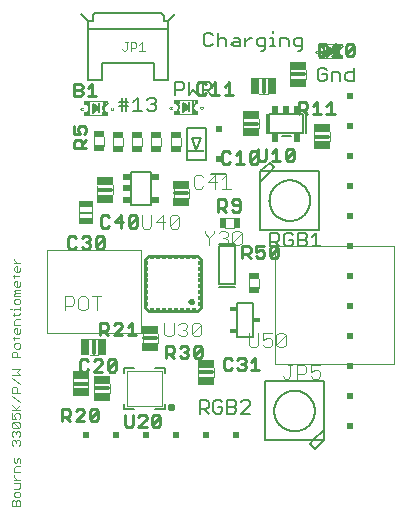
<source format=gto>
G75*
%MOIN*%
%OFA0B0*%
%FSLAX25Y25*%
%IPPOS*%
%LPD*%
%AMOC8*
5,1,8,0,0,1.08239X$1,22.5*
%
%ADD10C,0.00600*%
%ADD11C,0.00400*%
%ADD12R,0.03740X0.01969*%
%ADD13R,0.02559X0.01969*%
%ADD14R,0.05709X0.02953*%
%ADD15C,0.01200*%
%ADD16C,0.00300*%
%ADD17C,0.00100*%
%ADD18R,0.01969X0.01280*%
%ADD19R,0.00984X0.00591*%
%ADD20R,0.00689X0.01575*%
%ADD21R,0.01031X0.01181*%
%ADD22R,0.00295X0.01280*%
%ADD23R,0.00750X0.03500*%
%ADD24C,0.00500*%
%ADD25R,0.05512X0.00787*%
%ADD26C,0.00900*%
%ADD27C,0.01000*%
%ADD28R,0.01772X0.01181*%
%ADD29R,0.01181X0.01772*%
%ADD30R,0.02000X0.02000*%
%ADD31C,0.00800*%
%ADD32R,0.05118X0.02337*%
%ADD33R,0.05118X0.02296*%
%ADD34R,0.01969X0.02559*%
%ADD35R,0.02953X0.05709*%
%ADD36C,0.00200*%
%ADD37C,0.01600*%
%ADD38R,0.01969X0.03740*%
%ADD39R,0.02300X0.01800*%
%ADD40C,0.00394*%
D10*
X0078353Y0058691D02*
X0078353Y0069891D01*
X0083553Y0069891D01*
X0083553Y0058691D01*
X0078353Y0058691D01*
X0049496Y0102536D02*
X0043118Y0102536D01*
X0043118Y0102906D01*
X0043118Y0102536D02*
X0043118Y0113732D01*
X0043118Y0113362D01*
X0043118Y0113732D02*
X0049496Y0113732D01*
X0049496Y0113362D01*
X0049496Y0113732D02*
X0049496Y0102536D01*
X0049496Y0102906D01*
X0049496Y0106079D02*
X0049496Y0110189D01*
X0043118Y0110189D02*
X0043118Y0109819D01*
X0043118Y0106449D02*
X0043118Y0106079D01*
X0064803Y0121091D02*
X0066378Y0125028D01*
X0063228Y0125028D01*
X0064803Y0121091D01*
X0060228Y0133687D02*
X0062228Y0135187D01*
X0060228Y0136687D01*
X0060228Y0133687D01*
X0060228Y0133826D02*
X0060413Y0133826D01*
X0060228Y0134424D02*
X0061211Y0134424D01*
X0062009Y0135023D02*
X0060228Y0135023D01*
X0060228Y0135622D02*
X0061649Y0135622D01*
X0060851Y0136220D02*
X0060228Y0136220D01*
X0062226Y0139313D02*
X0063694Y0140781D01*
X0065162Y0139313D01*
X0065162Y0143717D01*
X0066830Y0143717D02*
X0069032Y0143717D01*
X0069766Y0142983D01*
X0069766Y0141515D01*
X0069032Y0140781D01*
X0066830Y0140781D01*
X0068298Y0140781D02*
X0069766Y0139313D01*
X0066830Y0139313D02*
X0066830Y0143717D01*
X0062226Y0143717D02*
X0062226Y0139313D01*
X0060558Y0141515D02*
X0059824Y0140781D01*
X0057622Y0140781D01*
X0057622Y0139313D02*
X0057622Y0143717D01*
X0059824Y0143717D01*
X0060558Y0142983D01*
X0060558Y0141515D01*
X0051262Y0137707D02*
X0051262Y0136973D01*
X0050528Y0136239D01*
X0051262Y0135505D01*
X0051262Y0134771D01*
X0050528Y0134037D01*
X0049060Y0134037D01*
X0048326Y0134771D01*
X0046658Y0134037D02*
X0043722Y0134037D01*
X0045190Y0134037D02*
X0045190Y0138441D01*
X0043722Y0136973D01*
X0042054Y0136973D02*
X0041320Y0136973D01*
X0039118Y0136973D01*
X0039118Y0135505D02*
X0042054Y0135505D01*
X0041320Y0134037D02*
X0041320Y0138441D01*
X0039852Y0138441D02*
X0039852Y0134037D01*
X0032413Y0134878D02*
X0030413Y0136378D01*
X0030413Y0133378D01*
X0032413Y0134878D01*
X0032220Y0135023D02*
X0030413Y0135023D01*
X0030413Y0135622D02*
X0031422Y0135622D01*
X0030624Y0136220D02*
X0030413Y0136220D01*
X0030413Y0134424D02*
X0031809Y0134424D01*
X0031011Y0133826D02*
X0030413Y0133826D01*
X0048326Y0137707D02*
X0049060Y0138441D01*
X0050528Y0138441D01*
X0051262Y0137707D01*
X0050528Y0136239D02*
X0049794Y0136239D01*
X0086336Y0153987D02*
X0087070Y0153987D01*
X0087804Y0154721D01*
X0087804Y0158390D01*
X0085602Y0158390D01*
X0084868Y0157656D01*
X0084868Y0156188D01*
X0085602Y0155454D01*
X0087804Y0155454D01*
X0089472Y0155454D02*
X0090940Y0155454D01*
X0090206Y0155454D02*
X0090206Y0158390D01*
X0089472Y0158390D01*
X0090206Y0159858D02*
X0090206Y0160592D01*
X0092541Y0158390D02*
X0094743Y0158390D01*
X0095477Y0157656D01*
X0095477Y0155454D01*
X0097145Y0156188D02*
X0097879Y0155454D01*
X0100081Y0155454D01*
X0100081Y0154721D02*
X0100081Y0158390D01*
X0097879Y0158390D01*
X0097145Y0157656D01*
X0097145Y0156188D01*
X0099347Y0153987D02*
X0100081Y0154721D01*
X0099347Y0153987D02*
X0098613Y0153987D01*
X0092541Y0155454D02*
X0092541Y0158390D01*
X0083233Y0158390D02*
X0082499Y0158390D01*
X0081031Y0156922D01*
X0081031Y0155454D02*
X0081031Y0158390D01*
X0079363Y0157656D02*
X0078629Y0158390D01*
X0077161Y0158390D01*
X0077161Y0156922D02*
X0079363Y0156922D01*
X0079363Y0157656D02*
X0079363Y0155454D01*
X0077161Y0155454D01*
X0076427Y0156188D01*
X0077161Y0156922D01*
X0074759Y0157656D02*
X0074759Y0155454D01*
X0074759Y0157656D02*
X0074025Y0158390D01*
X0072557Y0158390D01*
X0071823Y0157656D01*
X0071823Y0159858D02*
X0071823Y0155454D01*
X0070155Y0156188D02*
X0069421Y0155454D01*
X0067953Y0155454D01*
X0067219Y0156188D01*
X0067219Y0159124D01*
X0067953Y0159858D01*
X0069421Y0159858D01*
X0070155Y0159124D01*
X0105260Y0147707D02*
X0105260Y0144771D01*
X0105994Y0144037D01*
X0107462Y0144037D01*
X0108196Y0144771D01*
X0108196Y0146239D01*
X0106728Y0146239D01*
X0108196Y0147707D02*
X0107462Y0148441D01*
X0105994Y0148441D01*
X0105260Y0147707D01*
X0109864Y0146973D02*
X0112066Y0146973D01*
X0112800Y0146239D01*
X0112800Y0144037D01*
X0114468Y0144771D02*
X0115202Y0144037D01*
X0117404Y0144037D01*
X0117404Y0148441D01*
X0117404Y0146973D02*
X0115202Y0146973D01*
X0114468Y0146239D01*
X0114468Y0144771D01*
X0109864Y0144037D02*
X0109864Y0146973D01*
X0108743Y0152379D02*
X0110743Y0153879D01*
X0108743Y0155379D01*
X0108743Y0152379D01*
X0108743Y0152380D02*
X0108745Y0152380D01*
X0108743Y0152978D02*
X0109543Y0152978D01*
X0110341Y0153577D02*
X0108743Y0153577D01*
X0108743Y0154175D02*
X0110348Y0154175D01*
X0109550Y0154774D02*
X0108743Y0154774D01*
X0108743Y0155372D02*
X0108752Y0155372D01*
D11*
X0107775Y0156143D02*
X0113385Y0156143D01*
X0113385Y0155257D02*
X0113313Y0155243D01*
X0113242Y0155227D01*
X0113171Y0155206D01*
X0113102Y0155182D01*
X0113035Y0155154D01*
X0112968Y0155123D01*
X0112904Y0155088D01*
X0112842Y0155050D01*
X0112781Y0155009D01*
X0112723Y0154964D01*
X0112667Y0154917D01*
X0112614Y0154867D01*
X0112564Y0154814D01*
X0112516Y0154758D01*
X0112471Y0154700D01*
X0112430Y0154640D01*
X0112392Y0154578D01*
X0112357Y0154513D01*
X0112325Y0154447D01*
X0112297Y0154380D01*
X0112273Y0154311D01*
X0112252Y0154241D01*
X0112235Y0154170D01*
X0112221Y0154098D01*
X0112212Y0154025D01*
X0112206Y0153952D01*
X0112204Y0153879D01*
X0112206Y0153806D01*
X0112212Y0153733D01*
X0112221Y0153660D01*
X0112235Y0153588D01*
X0112252Y0153517D01*
X0112273Y0153447D01*
X0112297Y0153378D01*
X0112325Y0153311D01*
X0112357Y0153245D01*
X0112392Y0153180D01*
X0112430Y0153118D01*
X0112471Y0153058D01*
X0112516Y0153000D01*
X0112564Y0152944D01*
X0112614Y0152891D01*
X0112667Y0152841D01*
X0112723Y0152794D01*
X0112781Y0152749D01*
X0112842Y0152708D01*
X0112904Y0152670D01*
X0112968Y0152635D01*
X0113035Y0152604D01*
X0113102Y0152576D01*
X0113171Y0152552D01*
X0113242Y0152531D01*
X0113313Y0152515D01*
X0113385Y0152501D01*
X0111810Y0151615D02*
X0107676Y0151615D01*
X0106101Y0152501D02*
X0106173Y0152515D01*
X0106244Y0152531D01*
X0106315Y0152552D01*
X0106384Y0152576D01*
X0106451Y0152604D01*
X0106518Y0152635D01*
X0106582Y0152670D01*
X0106644Y0152708D01*
X0106705Y0152749D01*
X0106763Y0152794D01*
X0106819Y0152841D01*
X0106872Y0152891D01*
X0106922Y0152944D01*
X0106970Y0153000D01*
X0107015Y0153058D01*
X0107056Y0153118D01*
X0107094Y0153180D01*
X0107129Y0153245D01*
X0107161Y0153311D01*
X0107189Y0153378D01*
X0107213Y0153447D01*
X0107234Y0153517D01*
X0107251Y0153588D01*
X0107265Y0153660D01*
X0107274Y0153733D01*
X0107280Y0153806D01*
X0107282Y0153879D01*
X0107280Y0153952D01*
X0107274Y0154025D01*
X0107265Y0154098D01*
X0107251Y0154170D01*
X0107234Y0154241D01*
X0107213Y0154311D01*
X0107189Y0154380D01*
X0107161Y0154447D01*
X0107129Y0154513D01*
X0107094Y0154578D01*
X0107056Y0154640D01*
X0107015Y0154700D01*
X0106970Y0154758D01*
X0106922Y0154814D01*
X0106872Y0154867D01*
X0106819Y0154917D01*
X0106763Y0154964D01*
X0106705Y0155009D01*
X0106644Y0155050D01*
X0106582Y0155088D01*
X0106518Y0155123D01*
X0106451Y0155154D01*
X0106384Y0155182D01*
X0106315Y0155206D01*
X0106244Y0155227D01*
X0106173Y0155243D01*
X0106101Y0155257D01*
X0101268Y0147681D02*
X0101268Y0144681D01*
X0096071Y0144681D02*
X0096071Y0147583D01*
X0088654Y0144843D02*
X0085752Y0144843D01*
X0085752Y0139646D02*
X0088752Y0139646D01*
X0085520Y0131146D02*
X0085520Y0128244D01*
X0080323Y0128146D02*
X0080323Y0131146D01*
X0064870Y0133809D02*
X0064798Y0133823D01*
X0064727Y0133839D01*
X0064656Y0133860D01*
X0064587Y0133884D01*
X0064520Y0133912D01*
X0064453Y0133943D01*
X0064389Y0133978D01*
X0064327Y0134016D01*
X0064266Y0134057D01*
X0064208Y0134102D01*
X0064152Y0134149D01*
X0064099Y0134199D01*
X0064049Y0134252D01*
X0064001Y0134308D01*
X0063956Y0134366D01*
X0063915Y0134426D01*
X0063877Y0134488D01*
X0063842Y0134553D01*
X0063810Y0134619D01*
X0063782Y0134686D01*
X0063758Y0134755D01*
X0063737Y0134825D01*
X0063720Y0134896D01*
X0063706Y0134968D01*
X0063697Y0135041D01*
X0063691Y0135114D01*
X0063689Y0135187D01*
X0063691Y0135260D01*
X0063697Y0135333D01*
X0063706Y0135406D01*
X0063720Y0135478D01*
X0063737Y0135549D01*
X0063758Y0135619D01*
X0063782Y0135688D01*
X0063810Y0135755D01*
X0063842Y0135821D01*
X0063877Y0135886D01*
X0063915Y0135948D01*
X0063956Y0136008D01*
X0064001Y0136066D01*
X0064049Y0136122D01*
X0064099Y0136175D01*
X0064152Y0136225D01*
X0064208Y0136272D01*
X0064266Y0136317D01*
X0064327Y0136358D01*
X0064389Y0136396D01*
X0064453Y0136431D01*
X0064520Y0136462D01*
X0064587Y0136490D01*
X0064656Y0136514D01*
X0064727Y0136535D01*
X0064798Y0136551D01*
X0064870Y0136565D01*
X0064870Y0137451D02*
X0059260Y0137451D01*
X0057586Y0136565D02*
X0057658Y0136551D01*
X0057729Y0136535D01*
X0057800Y0136514D01*
X0057869Y0136490D01*
X0057936Y0136462D01*
X0058003Y0136431D01*
X0058067Y0136396D01*
X0058129Y0136358D01*
X0058190Y0136317D01*
X0058248Y0136272D01*
X0058304Y0136225D01*
X0058357Y0136175D01*
X0058407Y0136122D01*
X0058455Y0136066D01*
X0058500Y0136008D01*
X0058541Y0135948D01*
X0058579Y0135886D01*
X0058614Y0135821D01*
X0058646Y0135755D01*
X0058674Y0135688D01*
X0058698Y0135619D01*
X0058719Y0135549D01*
X0058736Y0135478D01*
X0058750Y0135406D01*
X0058759Y0135333D01*
X0058765Y0135260D01*
X0058767Y0135187D01*
X0058765Y0135114D01*
X0058759Y0135041D01*
X0058750Y0134968D01*
X0058736Y0134896D01*
X0058719Y0134825D01*
X0058698Y0134755D01*
X0058674Y0134686D01*
X0058646Y0134619D01*
X0058614Y0134553D01*
X0058579Y0134488D01*
X0058541Y0134426D01*
X0058500Y0134366D01*
X0058455Y0134308D01*
X0058407Y0134252D01*
X0058357Y0134199D01*
X0058304Y0134149D01*
X0058248Y0134102D01*
X0058190Y0134057D01*
X0058129Y0134016D01*
X0058067Y0133978D01*
X0058003Y0133943D01*
X0057936Y0133912D01*
X0057869Y0133884D01*
X0057800Y0133860D01*
X0057729Y0133839D01*
X0057658Y0133823D01*
X0057586Y0133809D01*
X0059161Y0132923D02*
X0063295Y0132923D01*
X0059528Y0124953D02*
X0059528Y0122150D01*
X0056177Y0122150D02*
X0056177Y0124953D01*
X0053008Y0125036D02*
X0053008Y0122232D01*
X0049657Y0122232D02*
X0049657Y0125036D01*
X0046720Y0125036D02*
X0046720Y0122232D01*
X0043370Y0122232D02*
X0043370Y0125036D01*
X0040433Y0125036D02*
X0040433Y0122232D01*
X0037083Y0122232D02*
X0037083Y0125036D01*
X0034020Y0125248D02*
X0034020Y0122445D01*
X0030669Y0122445D02*
X0030669Y0125248D01*
X0029346Y0132614D02*
X0033480Y0132614D01*
X0035055Y0133500D02*
X0034983Y0133514D01*
X0034912Y0133530D01*
X0034841Y0133551D01*
X0034772Y0133575D01*
X0034705Y0133603D01*
X0034638Y0133634D01*
X0034574Y0133669D01*
X0034512Y0133707D01*
X0034451Y0133748D01*
X0034393Y0133793D01*
X0034337Y0133840D01*
X0034284Y0133890D01*
X0034234Y0133943D01*
X0034186Y0133999D01*
X0034141Y0134057D01*
X0034100Y0134117D01*
X0034062Y0134179D01*
X0034027Y0134244D01*
X0033995Y0134310D01*
X0033967Y0134377D01*
X0033943Y0134446D01*
X0033922Y0134516D01*
X0033905Y0134587D01*
X0033891Y0134659D01*
X0033882Y0134732D01*
X0033876Y0134805D01*
X0033874Y0134878D01*
X0033876Y0134951D01*
X0033882Y0135024D01*
X0033891Y0135097D01*
X0033905Y0135169D01*
X0033922Y0135240D01*
X0033943Y0135310D01*
X0033967Y0135379D01*
X0033995Y0135446D01*
X0034027Y0135512D01*
X0034062Y0135577D01*
X0034100Y0135639D01*
X0034141Y0135699D01*
X0034186Y0135757D01*
X0034234Y0135813D01*
X0034284Y0135866D01*
X0034337Y0135916D01*
X0034393Y0135963D01*
X0034451Y0136008D01*
X0034512Y0136049D01*
X0034574Y0136087D01*
X0034638Y0136122D01*
X0034705Y0136153D01*
X0034772Y0136181D01*
X0034841Y0136205D01*
X0034912Y0136226D01*
X0034983Y0136242D01*
X0035055Y0136256D01*
X0035055Y0137142D02*
X0029445Y0137142D01*
X0027771Y0136256D02*
X0027843Y0136242D01*
X0027914Y0136226D01*
X0027985Y0136205D01*
X0028054Y0136181D01*
X0028121Y0136153D01*
X0028188Y0136122D01*
X0028252Y0136087D01*
X0028314Y0136049D01*
X0028375Y0136008D01*
X0028433Y0135963D01*
X0028489Y0135916D01*
X0028542Y0135866D01*
X0028592Y0135813D01*
X0028640Y0135757D01*
X0028685Y0135699D01*
X0028726Y0135639D01*
X0028764Y0135577D01*
X0028799Y0135512D01*
X0028831Y0135446D01*
X0028859Y0135379D01*
X0028883Y0135310D01*
X0028904Y0135240D01*
X0028921Y0135169D01*
X0028935Y0135097D01*
X0028944Y0135024D01*
X0028950Y0134951D01*
X0028952Y0134878D01*
X0028950Y0134805D01*
X0028944Y0134732D01*
X0028935Y0134659D01*
X0028921Y0134587D01*
X0028904Y0134516D01*
X0028883Y0134446D01*
X0028859Y0134377D01*
X0028831Y0134310D01*
X0028799Y0134244D01*
X0028764Y0134179D01*
X0028726Y0134117D01*
X0028685Y0134057D01*
X0028640Y0133999D01*
X0028592Y0133943D01*
X0028542Y0133890D01*
X0028489Y0133840D01*
X0028433Y0133793D01*
X0028375Y0133748D01*
X0028314Y0133707D01*
X0028252Y0133669D01*
X0028188Y0133634D01*
X0028121Y0133603D01*
X0028054Y0133575D01*
X0027985Y0133551D01*
X0027914Y0133530D01*
X0027843Y0133514D01*
X0027771Y0133500D01*
X0064019Y0111906D02*
X0064786Y0112673D01*
X0066321Y0112673D01*
X0067088Y0111906D01*
X0068623Y0110371D02*
X0071692Y0110371D01*
X0073227Y0111139D02*
X0074761Y0112673D01*
X0074761Y0108069D01*
X0073227Y0108069D02*
X0076296Y0108069D01*
X0070925Y0108069D02*
X0070925Y0112673D01*
X0068623Y0110371D01*
X0067088Y0108837D02*
X0066321Y0108069D01*
X0064786Y0108069D01*
X0064019Y0108837D01*
X0064019Y0111906D01*
X0062380Y0108059D02*
X0062380Y0105059D01*
X0057183Y0105059D02*
X0057183Y0107961D01*
X0056652Y0099317D02*
X0058186Y0099317D01*
X0058954Y0098549D01*
X0055884Y0095480D01*
X0056652Y0094713D01*
X0058186Y0094713D01*
X0058954Y0095480D01*
X0058954Y0098549D01*
X0056652Y0099317D02*
X0055884Y0098549D01*
X0055884Y0095480D01*
X0054350Y0097015D02*
X0051280Y0097015D01*
X0053582Y0099317D01*
X0053582Y0094713D01*
X0049746Y0095480D02*
X0049746Y0099317D01*
X0046676Y0099317D02*
X0046676Y0095480D01*
X0047444Y0094713D01*
X0048978Y0094713D01*
X0049746Y0095480D01*
X0067546Y0093911D02*
X0067546Y0093144D01*
X0069080Y0091609D01*
X0069080Y0089307D01*
X0069080Y0091609D02*
X0070615Y0093144D01*
X0070615Y0093911D01*
X0072150Y0093144D02*
X0072917Y0093911D01*
X0074452Y0093911D01*
X0075219Y0093144D01*
X0075219Y0092377D01*
X0074452Y0091609D01*
X0075219Y0090842D01*
X0075219Y0090075D01*
X0074452Y0089307D01*
X0072917Y0089307D01*
X0072150Y0090075D01*
X0073684Y0091609D02*
X0074452Y0091609D01*
X0076754Y0090075D02*
X0079823Y0093144D01*
X0079823Y0090075D01*
X0079055Y0089307D01*
X0077521Y0089307D01*
X0076754Y0090075D01*
X0076754Y0093144D01*
X0077521Y0093911D01*
X0079055Y0093911D01*
X0079823Y0093144D01*
X0077236Y0094874D02*
X0074433Y0094874D01*
X0074433Y0098225D02*
X0077236Y0098225D01*
X0036906Y0106134D02*
X0036906Y0109134D01*
X0031709Y0109036D02*
X0031709Y0106134D01*
X0029913Y0102024D02*
X0029913Y0098008D01*
X0025701Y0098008D02*
X0025701Y0102024D01*
X0082453Y0077898D02*
X0082453Y0075095D01*
X0085803Y0075095D02*
X0085803Y0077898D01*
X0066390Y0062627D02*
X0065622Y0063395D01*
X0064088Y0063395D01*
X0063320Y0062627D01*
X0063320Y0059558D01*
X0066390Y0062627D01*
X0066390Y0059558D01*
X0065622Y0058791D01*
X0064088Y0058791D01*
X0063320Y0059558D01*
X0061786Y0059558D02*
X0061018Y0058791D01*
X0059484Y0058791D01*
X0058717Y0059558D01*
X0057182Y0059558D02*
X0057182Y0063395D01*
X0058717Y0062627D02*
X0059484Y0063395D01*
X0061018Y0063395D01*
X0061786Y0062627D01*
X0061786Y0061860D01*
X0061018Y0061093D01*
X0061786Y0060325D01*
X0061786Y0059558D01*
X0061018Y0061093D02*
X0060251Y0061093D01*
X0057182Y0059558D02*
X0056415Y0058791D01*
X0054880Y0058791D01*
X0054113Y0059558D01*
X0054113Y0063395D01*
X0052016Y0059732D02*
X0052016Y0056732D01*
X0046819Y0056732D02*
X0046819Y0059634D01*
X0032059Y0057835D02*
X0029059Y0057835D01*
X0029157Y0052638D02*
X0032059Y0052638D01*
X0028802Y0044582D02*
X0028802Y0041582D01*
X0030691Y0042969D02*
X0030691Y0039969D01*
X0035888Y0040068D02*
X0035888Y0042969D01*
X0023605Y0041582D02*
X0023605Y0044484D01*
X0065402Y0045421D02*
X0065402Y0048323D01*
X0070598Y0048421D02*
X0070598Y0045421D01*
X0082251Y0056110D02*
X0083018Y0055343D01*
X0084553Y0055343D01*
X0085320Y0056110D01*
X0085320Y0059947D01*
X0086855Y0059947D02*
X0086855Y0057645D01*
X0088390Y0058412D01*
X0089157Y0058412D01*
X0089924Y0057645D01*
X0089924Y0056110D01*
X0089157Y0055343D01*
X0087622Y0055343D01*
X0086855Y0056110D01*
X0091459Y0056110D02*
X0092226Y0055343D01*
X0093761Y0055343D01*
X0094528Y0056110D01*
X0094528Y0059179D01*
X0091459Y0056110D01*
X0091459Y0059179D01*
X0092226Y0059947D01*
X0093761Y0059947D01*
X0094528Y0059179D01*
X0089924Y0059947D02*
X0086855Y0059947D01*
X0082251Y0059947D02*
X0082251Y0056110D01*
X0095235Y0049310D02*
X0096770Y0049310D01*
X0096003Y0049310D02*
X0096003Y0045473D01*
X0095235Y0044706D01*
X0094468Y0044706D01*
X0093701Y0045473D01*
X0098305Y0044706D02*
X0098305Y0049310D01*
X0100607Y0049310D01*
X0101374Y0048542D01*
X0101374Y0047008D01*
X0100607Y0046240D01*
X0098305Y0046240D01*
X0102909Y0045473D02*
X0103676Y0044706D01*
X0105211Y0044706D01*
X0105978Y0045473D01*
X0105978Y0047008D01*
X0105211Y0047775D01*
X0104443Y0047775D01*
X0102909Y0047008D01*
X0102909Y0049310D01*
X0105978Y0049310D01*
X0033131Y0072132D02*
X0030061Y0072132D01*
X0031596Y0072132D02*
X0031596Y0067528D01*
X0028527Y0068295D02*
X0028527Y0071364D01*
X0027759Y0072132D01*
X0026225Y0072132D01*
X0025457Y0071364D01*
X0025457Y0068295D01*
X0026225Y0067528D01*
X0027759Y0067528D01*
X0028527Y0068295D01*
X0023923Y0069830D02*
X0023155Y0069062D01*
X0020854Y0069062D01*
X0020854Y0067528D02*
X0020854Y0072132D01*
X0023155Y0072132D01*
X0023923Y0071364D01*
X0023923Y0069830D01*
X0103945Y0123815D02*
X0103945Y0126815D01*
X0109142Y0126815D02*
X0109142Y0123914D01*
D12*
X0057847Y0125867D03*
X0051327Y0125950D03*
X0045040Y0125950D03*
X0038752Y0125950D03*
X0032339Y0126162D03*
X0032339Y0121562D03*
X0038752Y0121350D03*
X0045040Y0121350D03*
X0051327Y0121350D03*
X0057847Y0121267D03*
X0084122Y0078812D03*
X0084122Y0074212D03*
D13*
X0050933Y0104394D03*
X0041681Y0104394D03*
X0041681Y0108134D03*
X0041681Y0111874D03*
X0050933Y0111874D03*
D14*
X0059786Y0109383D03*
X0059786Y0103683D03*
X0034312Y0104757D03*
X0034312Y0110457D03*
X0082917Y0126822D03*
X0082917Y0132522D03*
X0106539Y0128192D03*
X0106539Y0122492D03*
X0098674Y0143305D03*
X0098674Y0149005D03*
X0049422Y0061056D03*
X0049422Y0055356D03*
X0068005Y0049745D03*
X0068005Y0044045D03*
X0033285Y0044346D03*
X0026208Y0045905D03*
X0026208Y0040205D03*
X0033285Y0038646D03*
D15*
X0031290Y0041469D02*
X0035290Y0041469D01*
X0028203Y0043082D02*
X0024203Y0043082D01*
X0030559Y0053236D02*
X0030559Y0057236D01*
X0047417Y0058232D02*
X0051417Y0058232D01*
X0066000Y0046921D02*
X0070000Y0046921D01*
X0061782Y0106559D02*
X0057782Y0106559D01*
X0036307Y0107634D02*
X0032307Y0107634D01*
X0080921Y0129646D02*
X0084921Y0129646D01*
X0104543Y0125315D02*
X0108543Y0125315D01*
X0087252Y0140244D02*
X0087252Y0144244D01*
X0096669Y0146181D02*
X0100669Y0146181D01*
D16*
X0003148Y0003668D02*
X0003148Y0002217D01*
X0006050Y0002217D01*
X0006050Y0003668D01*
X0005566Y0004152D01*
X0005083Y0004152D01*
X0004599Y0003668D01*
X0004599Y0002217D01*
X0004599Y0003668D02*
X0004115Y0004152D01*
X0003631Y0004152D01*
X0003148Y0003668D01*
X0004599Y0005163D02*
X0004115Y0005647D01*
X0004115Y0006614D01*
X0004599Y0007098D01*
X0005566Y0007098D01*
X0006050Y0006614D01*
X0006050Y0005647D01*
X0005566Y0005163D01*
X0004599Y0005163D01*
X0004115Y0008110D02*
X0005566Y0008110D01*
X0006050Y0008593D01*
X0006050Y0010045D01*
X0004115Y0010045D01*
X0004115Y0011056D02*
X0006050Y0011056D01*
X0005083Y0011056D02*
X0004115Y0012024D01*
X0004115Y0012507D01*
X0004115Y0013512D02*
X0004115Y0014963D01*
X0004599Y0015447D01*
X0006050Y0015447D01*
X0006050Y0016458D02*
X0006050Y0017909D01*
X0005566Y0018393D01*
X0005083Y0017909D01*
X0005083Y0016942D01*
X0004599Y0016458D01*
X0004115Y0016942D01*
X0004115Y0018393D01*
X0004115Y0013512D02*
X0006050Y0013512D01*
X0005566Y0022351D02*
X0006050Y0022835D01*
X0006050Y0023802D01*
X0005566Y0024286D01*
X0005083Y0024286D01*
X0004599Y0023802D01*
X0004599Y0023319D01*
X0004599Y0023802D02*
X0004115Y0024286D01*
X0003631Y0024286D01*
X0003148Y0023802D01*
X0003148Y0022835D01*
X0003631Y0022351D01*
X0003631Y0025298D02*
X0003148Y0025781D01*
X0003148Y0026749D01*
X0003631Y0027233D01*
X0004115Y0027233D01*
X0004599Y0026749D01*
X0005083Y0027233D01*
X0005566Y0027233D01*
X0006050Y0026749D01*
X0006050Y0025781D01*
X0005566Y0025298D01*
X0004599Y0026265D02*
X0004599Y0026749D01*
X0005566Y0028244D02*
X0003631Y0028244D01*
X0003148Y0028728D01*
X0003148Y0029695D01*
X0003631Y0030179D01*
X0005566Y0028244D01*
X0006050Y0028728D01*
X0006050Y0029695D01*
X0005566Y0030179D01*
X0003631Y0030179D01*
X0003148Y0031191D02*
X0004599Y0031191D01*
X0004115Y0032158D01*
X0004115Y0032642D01*
X0004599Y0033126D01*
X0005566Y0033126D01*
X0006050Y0032642D01*
X0006050Y0031674D01*
X0005566Y0031191D01*
X0003148Y0031191D02*
X0003148Y0033126D01*
X0003148Y0034137D02*
X0006050Y0034137D01*
X0005083Y0034137D02*
X0003148Y0036072D01*
X0004599Y0034621D02*
X0006050Y0036072D01*
X0006050Y0037084D02*
X0003148Y0039019D01*
X0003148Y0040030D02*
X0003148Y0041482D01*
X0003631Y0041965D01*
X0004599Y0041965D01*
X0005083Y0041482D01*
X0005083Y0040030D01*
X0006050Y0040030D02*
X0003148Y0040030D01*
X0006050Y0042977D02*
X0003148Y0044912D01*
X0003148Y0045923D02*
X0006050Y0045923D01*
X0005083Y0046891D01*
X0006050Y0047858D01*
X0003148Y0047858D01*
X0003148Y0051816D02*
X0003148Y0053268D01*
X0003631Y0053751D01*
X0004599Y0053751D01*
X0005083Y0053268D01*
X0005083Y0051816D01*
X0006050Y0051816D02*
X0003148Y0051816D01*
X0004599Y0054763D02*
X0004115Y0055247D01*
X0004115Y0056214D01*
X0004599Y0056698D01*
X0005566Y0056698D01*
X0006050Y0056214D01*
X0006050Y0055247D01*
X0005566Y0054763D01*
X0004599Y0054763D01*
X0004115Y0057709D02*
X0004115Y0058677D01*
X0003631Y0058193D02*
X0005566Y0058193D01*
X0006050Y0058677D01*
X0005566Y0059674D02*
X0004599Y0059674D01*
X0004115Y0060157D01*
X0004115Y0061125D01*
X0004599Y0061609D01*
X0005083Y0061609D01*
X0005083Y0059674D01*
X0005566Y0059674D02*
X0006050Y0060157D01*
X0006050Y0061125D01*
X0006050Y0062620D02*
X0004115Y0062620D01*
X0004115Y0064072D01*
X0004599Y0064555D01*
X0006050Y0064555D01*
X0005566Y0066051D02*
X0003631Y0066051D01*
X0004115Y0066534D02*
X0004115Y0065567D01*
X0005566Y0066051D02*
X0006050Y0066534D01*
X0006050Y0067531D02*
X0006050Y0068499D01*
X0006050Y0068015D02*
X0004115Y0068015D01*
X0004115Y0067531D01*
X0003148Y0068015D02*
X0002664Y0068015D01*
X0004599Y0069495D02*
X0004115Y0069979D01*
X0004115Y0070947D01*
X0004599Y0071430D01*
X0005566Y0071430D01*
X0006050Y0070947D01*
X0006050Y0069979D01*
X0005566Y0069495D01*
X0004599Y0069495D01*
X0004115Y0072442D02*
X0004115Y0072926D01*
X0004599Y0073409D01*
X0004115Y0073893D01*
X0004599Y0074377D01*
X0006050Y0074377D01*
X0006050Y0073409D02*
X0004599Y0073409D01*
X0004115Y0072442D02*
X0006050Y0072442D01*
X0005566Y0075389D02*
X0004599Y0075389D01*
X0004115Y0075872D01*
X0004115Y0076840D01*
X0004599Y0077323D01*
X0005083Y0077323D01*
X0005083Y0075389D01*
X0005566Y0075389D02*
X0006050Y0075872D01*
X0006050Y0076840D01*
X0005566Y0078819D02*
X0003631Y0078819D01*
X0004115Y0078335D02*
X0004115Y0079303D01*
X0004599Y0080299D02*
X0004115Y0080783D01*
X0004115Y0081751D01*
X0004599Y0082234D01*
X0005083Y0082234D01*
X0005083Y0080299D01*
X0005566Y0080299D02*
X0004599Y0080299D01*
X0005566Y0080299D02*
X0006050Y0080783D01*
X0006050Y0081751D01*
X0006050Y0083246D02*
X0004115Y0083246D01*
X0004115Y0084213D02*
X0004115Y0084697D01*
X0004115Y0084213D02*
X0005083Y0083246D01*
X0006050Y0079303D02*
X0005566Y0078819D01*
X0034354Y0136650D02*
X0034356Y0136690D01*
X0034362Y0136729D01*
X0034371Y0136768D01*
X0034385Y0136805D01*
X0034402Y0136841D01*
X0034422Y0136876D01*
X0034446Y0136908D01*
X0034473Y0136937D01*
X0034502Y0136964D01*
X0034534Y0136988D01*
X0034569Y0137008D01*
X0034605Y0137025D01*
X0034642Y0137039D01*
X0034681Y0137048D01*
X0034720Y0137054D01*
X0034760Y0137056D01*
X0034800Y0137054D01*
X0034839Y0137048D01*
X0034878Y0137039D01*
X0034915Y0137025D01*
X0034951Y0137008D01*
X0034986Y0136988D01*
X0035018Y0136964D01*
X0035047Y0136937D01*
X0035074Y0136908D01*
X0035098Y0136876D01*
X0035118Y0136841D01*
X0035135Y0136805D01*
X0035149Y0136768D01*
X0035158Y0136729D01*
X0035164Y0136690D01*
X0035166Y0136650D01*
X0035164Y0136610D01*
X0035158Y0136571D01*
X0035149Y0136532D01*
X0035135Y0136495D01*
X0035118Y0136459D01*
X0035098Y0136424D01*
X0035074Y0136392D01*
X0035047Y0136363D01*
X0035018Y0136336D01*
X0034986Y0136312D01*
X0034951Y0136292D01*
X0034915Y0136275D01*
X0034878Y0136261D01*
X0034839Y0136252D01*
X0034800Y0136246D01*
X0034760Y0136244D01*
X0034720Y0136246D01*
X0034681Y0136252D01*
X0034642Y0136261D01*
X0034605Y0136275D01*
X0034569Y0136292D01*
X0034534Y0136312D01*
X0034502Y0136336D01*
X0034473Y0136363D01*
X0034446Y0136392D01*
X0034422Y0136424D01*
X0034402Y0136459D01*
X0034385Y0136495D01*
X0034371Y0136532D01*
X0034362Y0136571D01*
X0034356Y0136610D01*
X0034354Y0136650D01*
X0064169Y0136959D02*
X0064171Y0136999D01*
X0064177Y0137038D01*
X0064186Y0137077D01*
X0064200Y0137114D01*
X0064217Y0137150D01*
X0064237Y0137185D01*
X0064261Y0137217D01*
X0064288Y0137246D01*
X0064317Y0137273D01*
X0064349Y0137297D01*
X0064384Y0137317D01*
X0064420Y0137334D01*
X0064457Y0137348D01*
X0064496Y0137357D01*
X0064535Y0137363D01*
X0064575Y0137365D01*
X0064615Y0137363D01*
X0064654Y0137357D01*
X0064693Y0137348D01*
X0064730Y0137334D01*
X0064766Y0137317D01*
X0064801Y0137297D01*
X0064833Y0137273D01*
X0064862Y0137246D01*
X0064889Y0137217D01*
X0064913Y0137185D01*
X0064933Y0137150D01*
X0064950Y0137114D01*
X0064964Y0137077D01*
X0064973Y0137038D01*
X0064979Y0136999D01*
X0064981Y0136959D01*
X0064979Y0136919D01*
X0064973Y0136880D01*
X0064964Y0136841D01*
X0064950Y0136804D01*
X0064933Y0136768D01*
X0064913Y0136733D01*
X0064889Y0136701D01*
X0064862Y0136672D01*
X0064833Y0136645D01*
X0064801Y0136621D01*
X0064766Y0136601D01*
X0064730Y0136584D01*
X0064693Y0136570D01*
X0064654Y0136561D01*
X0064615Y0136555D01*
X0064575Y0136553D01*
X0064535Y0136555D01*
X0064496Y0136561D01*
X0064457Y0136570D01*
X0064420Y0136584D01*
X0064384Y0136601D01*
X0064349Y0136621D01*
X0064317Y0136645D01*
X0064288Y0136672D01*
X0064261Y0136701D01*
X0064237Y0136733D01*
X0064217Y0136768D01*
X0064200Y0136804D01*
X0064186Y0136841D01*
X0064177Y0136880D01*
X0064171Y0136919D01*
X0064169Y0136959D01*
X0112684Y0155651D02*
X0112686Y0155691D01*
X0112692Y0155730D01*
X0112701Y0155769D01*
X0112715Y0155806D01*
X0112732Y0155842D01*
X0112752Y0155877D01*
X0112776Y0155909D01*
X0112803Y0155938D01*
X0112832Y0155965D01*
X0112864Y0155989D01*
X0112899Y0156009D01*
X0112935Y0156026D01*
X0112972Y0156040D01*
X0113011Y0156049D01*
X0113050Y0156055D01*
X0113090Y0156057D01*
X0113130Y0156055D01*
X0113169Y0156049D01*
X0113208Y0156040D01*
X0113245Y0156026D01*
X0113281Y0156009D01*
X0113316Y0155989D01*
X0113348Y0155965D01*
X0113377Y0155938D01*
X0113404Y0155909D01*
X0113428Y0155877D01*
X0113448Y0155842D01*
X0113465Y0155806D01*
X0113479Y0155769D01*
X0113488Y0155730D01*
X0113494Y0155691D01*
X0113496Y0155651D01*
X0113494Y0155611D01*
X0113488Y0155572D01*
X0113479Y0155533D01*
X0113465Y0155496D01*
X0113448Y0155460D01*
X0113428Y0155425D01*
X0113404Y0155393D01*
X0113377Y0155364D01*
X0113348Y0155337D01*
X0113316Y0155313D01*
X0113281Y0155293D01*
X0113245Y0155276D01*
X0113208Y0155262D01*
X0113169Y0155253D01*
X0113130Y0155247D01*
X0113090Y0155245D01*
X0113050Y0155247D01*
X0113011Y0155253D01*
X0112972Y0155262D01*
X0112935Y0155276D01*
X0112899Y0155293D01*
X0112864Y0155313D01*
X0112832Y0155337D01*
X0112803Y0155364D01*
X0112776Y0155393D01*
X0112752Y0155425D01*
X0112732Y0155460D01*
X0112715Y0155496D01*
X0112701Y0155533D01*
X0112692Y0155572D01*
X0112686Y0155611D01*
X0112684Y0155651D01*
D17*
X0114517Y0153852D02*
X0114517Y0153552D01*
X0114667Y0153402D01*
X0115268Y0153402D01*
X0115418Y0153552D01*
X0115418Y0153852D01*
X0115268Y0154002D01*
X0114667Y0154002D02*
X0114517Y0153852D01*
X0105181Y0154002D02*
X0104581Y0154002D01*
X0104281Y0153702D01*
X0104581Y0153402D01*
X0105181Y0153402D01*
X0104731Y0153402D02*
X0104731Y0154002D01*
X0066903Y0135160D02*
X0066753Y0135311D01*
X0066903Y0135160D02*
X0066903Y0134860D01*
X0066753Y0134710D01*
X0066152Y0134710D01*
X0066002Y0134860D01*
X0066002Y0135160D01*
X0066152Y0135311D01*
X0056667Y0135311D02*
X0056066Y0135311D01*
X0055766Y0135010D01*
X0056066Y0134710D01*
X0056667Y0134710D01*
X0056216Y0134710D02*
X0056216Y0135311D01*
X0037088Y0134851D02*
X0036938Y0135002D01*
X0037088Y0134851D02*
X0037088Y0134551D01*
X0036938Y0134401D01*
X0036337Y0134401D01*
X0036187Y0134551D01*
X0036187Y0134851D01*
X0036337Y0135002D01*
X0026852Y0135002D02*
X0026251Y0135002D01*
X0025951Y0134701D01*
X0026251Y0134401D01*
X0026852Y0134401D01*
X0026401Y0134401D02*
X0026401Y0135002D01*
D18*
X0028461Y0136699D03*
X0028461Y0133057D03*
X0034366Y0133057D03*
X0058276Y0133366D03*
X0064181Y0133366D03*
X0058276Y0137008D03*
X0106791Y0152058D03*
X0106791Y0155700D03*
X0112696Y0152058D03*
D19*
X0112204Y0152895D03*
X0112204Y0154863D03*
X0107283Y0154863D03*
X0107283Y0152895D03*
X0063689Y0136171D03*
X0058768Y0136171D03*
X0058768Y0134203D03*
X0063689Y0134203D03*
X0033874Y0133894D03*
X0033874Y0135862D03*
X0028953Y0135862D03*
X0028953Y0133894D03*
D20*
X0029100Y0134878D03*
X0033726Y0134878D03*
X0058915Y0135187D03*
X0063541Y0135187D03*
X0107430Y0153879D03*
X0112056Y0153879D03*
D21*
X0112228Y0155651D03*
X0063713Y0136959D03*
X0033898Y0136650D03*
D22*
X0035203Y0136699D03*
X0065018Y0137008D03*
X0113533Y0155700D03*
D23*
X0110671Y0153879D03*
X0062156Y0135187D03*
X0032342Y0134878D03*
D24*
X0033340Y0144321D02*
X0028616Y0144321D01*
X0028616Y0161251D01*
X0055387Y0161251D01*
X0055387Y0144321D01*
X0050663Y0144321D01*
X0050663Y0149833D01*
X0033340Y0149833D01*
X0033340Y0144321D01*
X0061555Y0128374D02*
X0068051Y0128374D01*
X0068051Y0117744D01*
X0061555Y0117744D01*
X0061555Y0128374D01*
X0086071Y0113936D02*
X0089220Y0116691D01*
X0090795Y0115117D01*
X0089614Y0113936D01*
X0086071Y0110392D01*
X0086071Y0113936D01*
X0089614Y0113936D01*
X0105756Y0113936D01*
X0105756Y0094251D01*
X0086071Y0094251D01*
X0086071Y0110392D01*
X0089140Y0104093D02*
X0089142Y0104259D01*
X0089148Y0104425D01*
X0089158Y0104591D01*
X0089173Y0104757D01*
X0089191Y0104922D01*
X0089213Y0105087D01*
X0089240Y0105251D01*
X0089270Y0105414D01*
X0089305Y0105577D01*
X0089343Y0105739D01*
X0089385Y0105899D01*
X0089432Y0106059D01*
X0089482Y0106218D01*
X0089536Y0106375D01*
X0089594Y0106531D01*
X0089656Y0106685D01*
X0089721Y0106838D01*
X0089790Y0106989D01*
X0089863Y0107138D01*
X0089940Y0107286D01*
X0090020Y0107431D01*
X0090104Y0107575D01*
X0090191Y0107717D01*
X0090281Y0107856D01*
X0090375Y0107993D01*
X0090473Y0108128D01*
X0090574Y0108260D01*
X0090677Y0108390D01*
X0090784Y0108517D01*
X0090895Y0108641D01*
X0091008Y0108763D01*
X0091124Y0108882D01*
X0091243Y0108998D01*
X0091365Y0109111D01*
X0091489Y0109222D01*
X0091616Y0109329D01*
X0091746Y0109432D01*
X0091878Y0109533D01*
X0092013Y0109631D01*
X0092150Y0109725D01*
X0092289Y0109815D01*
X0092431Y0109902D01*
X0092575Y0109986D01*
X0092720Y0110066D01*
X0092868Y0110143D01*
X0093017Y0110216D01*
X0093168Y0110285D01*
X0093321Y0110350D01*
X0093475Y0110412D01*
X0093631Y0110470D01*
X0093788Y0110524D01*
X0093947Y0110574D01*
X0094107Y0110621D01*
X0094267Y0110663D01*
X0094429Y0110701D01*
X0094592Y0110736D01*
X0094755Y0110766D01*
X0094919Y0110793D01*
X0095084Y0110815D01*
X0095249Y0110833D01*
X0095415Y0110848D01*
X0095581Y0110858D01*
X0095747Y0110864D01*
X0095913Y0110866D01*
X0096079Y0110864D01*
X0096245Y0110858D01*
X0096411Y0110848D01*
X0096577Y0110833D01*
X0096742Y0110815D01*
X0096907Y0110793D01*
X0097071Y0110766D01*
X0097234Y0110736D01*
X0097397Y0110701D01*
X0097559Y0110663D01*
X0097719Y0110621D01*
X0097879Y0110574D01*
X0098038Y0110524D01*
X0098195Y0110470D01*
X0098351Y0110412D01*
X0098505Y0110350D01*
X0098658Y0110285D01*
X0098809Y0110216D01*
X0098958Y0110143D01*
X0099106Y0110066D01*
X0099251Y0109986D01*
X0099395Y0109902D01*
X0099537Y0109815D01*
X0099676Y0109725D01*
X0099813Y0109631D01*
X0099948Y0109533D01*
X0100080Y0109432D01*
X0100210Y0109329D01*
X0100337Y0109222D01*
X0100461Y0109111D01*
X0100583Y0108998D01*
X0100702Y0108882D01*
X0100818Y0108763D01*
X0100931Y0108641D01*
X0101042Y0108517D01*
X0101149Y0108390D01*
X0101252Y0108260D01*
X0101353Y0108128D01*
X0101451Y0107993D01*
X0101545Y0107856D01*
X0101635Y0107717D01*
X0101722Y0107575D01*
X0101806Y0107431D01*
X0101886Y0107286D01*
X0101963Y0107138D01*
X0102036Y0106989D01*
X0102105Y0106838D01*
X0102170Y0106685D01*
X0102232Y0106531D01*
X0102290Y0106375D01*
X0102344Y0106218D01*
X0102394Y0106059D01*
X0102441Y0105899D01*
X0102483Y0105739D01*
X0102521Y0105577D01*
X0102556Y0105414D01*
X0102586Y0105251D01*
X0102613Y0105087D01*
X0102635Y0104922D01*
X0102653Y0104757D01*
X0102668Y0104591D01*
X0102678Y0104425D01*
X0102684Y0104259D01*
X0102686Y0104093D01*
X0102684Y0103927D01*
X0102678Y0103761D01*
X0102668Y0103595D01*
X0102653Y0103429D01*
X0102635Y0103264D01*
X0102613Y0103099D01*
X0102586Y0102935D01*
X0102556Y0102772D01*
X0102521Y0102609D01*
X0102483Y0102447D01*
X0102441Y0102287D01*
X0102394Y0102127D01*
X0102344Y0101968D01*
X0102290Y0101811D01*
X0102232Y0101655D01*
X0102170Y0101501D01*
X0102105Y0101348D01*
X0102036Y0101197D01*
X0101963Y0101048D01*
X0101886Y0100900D01*
X0101806Y0100755D01*
X0101722Y0100611D01*
X0101635Y0100469D01*
X0101545Y0100330D01*
X0101451Y0100193D01*
X0101353Y0100058D01*
X0101252Y0099926D01*
X0101149Y0099796D01*
X0101042Y0099669D01*
X0100931Y0099545D01*
X0100818Y0099423D01*
X0100702Y0099304D01*
X0100583Y0099188D01*
X0100461Y0099075D01*
X0100337Y0098964D01*
X0100210Y0098857D01*
X0100080Y0098754D01*
X0099948Y0098653D01*
X0099813Y0098555D01*
X0099676Y0098461D01*
X0099537Y0098371D01*
X0099395Y0098284D01*
X0099251Y0098200D01*
X0099106Y0098120D01*
X0098958Y0098043D01*
X0098809Y0097970D01*
X0098658Y0097901D01*
X0098505Y0097836D01*
X0098351Y0097774D01*
X0098195Y0097716D01*
X0098038Y0097662D01*
X0097879Y0097612D01*
X0097719Y0097565D01*
X0097559Y0097523D01*
X0097397Y0097485D01*
X0097234Y0097450D01*
X0097071Y0097420D01*
X0096907Y0097393D01*
X0096742Y0097371D01*
X0096577Y0097353D01*
X0096411Y0097338D01*
X0096245Y0097328D01*
X0096079Y0097322D01*
X0095913Y0097320D01*
X0095747Y0097322D01*
X0095581Y0097328D01*
X0095415Y0097338D01*
X0095249Y0097353D01*
X0095084Y0097371D01*
X0094919Y0097393D01*
X0094755Y0097420D01*
X0094592Y0097450D01*
X0094429Y0097485D01*
X0094267Y0097523D01*
X0094107Y0097565D01*
X0093947Y0097612D01*
X0093788Y0097662D01*
X0093631Y0097716D01*
X0093475Y0097774D01*
X0093321Y0097836D01*
X0093168Y0097901D01*
X0093017Y0097970D01*
X0092868Y0098043D01*
X0092720Y0098120D01*
X0092575Y0098200D01*
X0092431Y0098284D01*
X0092289Y0098371D01*
X0092150Y0098461D01*
X0092013Y0098555D01*
X0091878Y0098653D01*
X0091746Y0098754D01*
X0091616Y0098857D01*
X0091489Y0098964D01*
X0091365Y0099075D01*
X0091243Y0099188D01*
X0091124Y0099304D01*
X0091008Y0099423D01*
X0090895Y0099545D01*
X0090784Y0099669D01*
X0090677Y0099796D01*
X0090574Y0099926D01*
X0090473Y0100058D01*
X0090375Y0100193D01*
X0090281Y0100330D01*
X0090191Y0100469D01*
X0090104Y0100611D01*
X0090020Y0100755D01*
X0089940Y0100900D01*
X0089863Y0101048D01*
X0089790Y0101197D01*
X0089721Y0101348D01*
X0089656Y0101501D01*
X0089594Y0101655D01*
X0089536Y0101811D01*
X0089482Y0101968D01*
X0089432Y0102127D01*
X0089385Y0102287D01*
X0089343Y0102447D01*
X0089305Y0102609D01*
X0089270Y0102772D01*
X0089240Y0102935D01*
X0089213Y0103099D01*
X0089191Y0103264D01*
X0089173Y0103429D01*
X0089158Y0103595D01*
X0089148Y0103761D01*
X0089142Y0103927D01*
X0089140Y0104093D01*
X0089419Y0093312D02*
X0091671Y0093312D01*
X0092421Y0092561D01*
X0092421Y0091060D01*
X0091671Y0090309D01*
X0089419Y0090309D01*
X0089419Y0088808D02*
X0089419Y0093312D01*
X0094023Y0092561D02*
X0094023Y0089559D01*
X0094773Y0088808D01*
X0096275Y0088808D01*
X0097025Y0089559D01*
X0097025Y0091060D01*
X0095524Y0091060D01*
X0094023Y0092561D02*
X0094773Y0093312D01*
X0096275Y0093312D01*
X0097025Y0092561D01*
X0098627Y0093312D02*
X0100879Y0093312D01*
X0101629Y0092561D01*
X0101629Y0091811D01*
X0100879Y0091060D01*
X0098627Y0091060D01*
X0100879Y0091060D02*
X0101629Y0090309D01*
X0101629Y0089559D01*
X0100879Y0088808D01*
X0098627Y0088808D01*
X0098627Y0093312D01*
X0103231Y0091811D02*
X0104732Y0093312D01*
X0104732Y0088808D01*
X0103231Y0088808D02*
X0106233Y0088808D01*
X0092421Y0088808D02*
X0090920Y0090309D01*
X0077496Y0088784D02*
X0077496Y0076185D01*
X0072378Y0076185D01*
X0072378Y0088784D01*
X0077496Y0088784D01*
X0087646Y0043819D02*
X0087646Y0024134D01*
X0103787Y0024134D01*
X0102606Y0022953D01*
X0104181Y0021378D01*
X0107331Y0024134D01*
X0103787Y0024134D01*
X0107331Y0027677D01*
X0107331Y0024134D01*
X0107331Y0027677D02*
X0107331Y0043819D01*
X0087646Y0043819D01*
X0081888Y0037584D02*
X0080387Y0037584D01*
X0079636Y0036833D01*
X0078035Y0036833D02*
X0077284Y0037584D01*
X0075032Y0037584D01*
X0075032Y0033080D01*
X0077284Y0033080D01*
X0078035Y0033830D01*
X0078035Y0034581D01*
X0077284Y0035332D01*
X0075032Y0035332D01*
X0073431Y0035332D02*
X0073431Y0033830D01*
X0072680Y0033080D01*
X0071179Y0033080D01*
X0070428Y0033830D01*
X0070428Y0036833D01*
X0071179Y0037584D01*
X0072680Y0037584D01*
X0073431Y0036833D01*
X0073431Y0035332D02*
X0071930Y0035332D01*
X0068827Y0035332D02*
X0068076Y0034581D01*
X0065824Y0034581D01*
X0065824Y0033080D02*
X0065824Y0037584D01*
X0068076Y0037584D01*
X0068827Y0036833D01*
X0068827Y0035332D01*
X0067326Y0034581D02*
X0068827Y0033080D01*
X0077284Y0035332D02*
X0078035Y0036082D01*
X0078035Y0036833D01*
X0081888Y0037584D02*
X0082639Y0036833D01*
X0082639Y0036082D01*
X0079636Y0033080D01*
X0082639Y0033080D01*
X0090715Y0033977D02*
X0090717Y0034143D01*
X0090723Y0034309D01*
X0090733Y0034475D01*
X0090748Y0034641D01*
X0090766Y0034806D01*
X0090788Y0034971D01*
X0090815Y0035135D01*
X0090845Y0035298D01*
X0090880Y0035461D01*
X0090918Y0035623D01*
X0090960Y0035783D01*
X0091007Y0035943D01*
X0091057Y0036102D01*
X0091111Y0036259D01*
X0091169Y0036415D01*
X0091231Y0036569D01*
X0091296Y0036722D01*
X0091365Y0036873D01*
X0091438Y0037022D01*
X0091515Y0037170D01*
X0091595Y0037315D01*
X0091679Y0037459D01*
X0091766Y0037601D01*
X0091856Y0037740D01*
X0091950Y0037877D01*
X0092048Y0038012D01*
X0092149Y0038144D01*
X0092252Y0038274D01*
X0092359Y0038401D01*
X0092470Y0038525D01*
X0092583Y0038647D01*
X0092699Y0038766D01*
X0092818Y0038882D01*
X0092940Y0038995D01*
X0093064Y0039106D01*
X0093191Y0039213D01*
X0093321Y0039316D01*
X0093453Y0039417D01*
X0093588Y0039515D01*
X0093725Y0039609D01*
X0093864Y0039699D01*
X0094006Y0039786D01*
X0094150Y0039870D01*
X0094295Y0039950D01*
X0094443Y0040027D01*
X0094592Y0040100D01*
X0094743Y0040169D01*
X0094896Y0040234D01*
X0095050Y0040296D01*
X0095206Y0040354D01*
X0095363Y0040408D01*
X0095522Y0040458D01*
X0095682Y0040505D01*
X0095842Y0040547D01*
X0096004Y0040585D01*
X0096167Y0040620D01*
X0096330Y0040650D01*
X0096494Y0040677D01*
X0096659Y0040699D01*
X0096824Y0040717D01*
X0096990Y0040732D01*
X0097156Y0040742D01*
X0097322Y0040748D01*
X0097488Y0040750D01*
X0097654Y0040748D01*
X0097820Y0040742D01*
X0097986Y0040732D01*
X0098152Y0040717D01*
X0098317Y0040699D01*
X0098482Y0040677D01*
X0098646Y0040650D01*
X0098809Y0040620D01*
X0098972Y0040585D01*
X0099134Y0040547D01*
X0099294Y0040505D01*
X0099454Y0040458D01*
X0099613Y0040408D01*
X0099770Y0040354D01*
X0099926Y0040296D01*
X0100080Y0040234D01*
X0100233Y0040169D01*
X0100384Y0040100D01*
X0100533Y0040027D01*
X0100681Y0039950D01*
X0100826Y0039870D01*
X0100970Y0039786D01*
X0101112Y0039699D01*
X0101251Y0039609D01*
X0101388Y0039515D01*
X0101523Y0039417D01*
X0101655Y0039316D01*
X0101785Y0039213D01*
X0101912Y0039106D01*
X0102036Y0038995D01*
X0102158Y0038882D01*
X0102277Y0038766D01*
X0102393Y0038647D01*
X0102506Y0038525D01*
X0102617Y0038401D01*
X0102724Y0038274D01*
X0102827Y0038144D01*
X0102928Y0038012D01*
X0103026Y0037877D01*
X0103120Y0037740D01*
X0103210Y0037601D01*
X0103297Y0037459D01*
X0103381Y0037315D01*
X0103461Y0037170D01*
X0103538Y0037022D01*
X0103611Y0036873D01*
X0103680Y0036722D01*
X0103745Y0036569D01*
X0103807Y0036415D01*
X0103865Y0036259D01*
X0103919Y0036102D01*
X0103969Y0035943D01*
X0104016Y0035783D01*
X0104058Y0035623D01*
X0104096Y0035461D01*
X0104131Y0035298D01*
X0104161Y0035135D01*
X0104188Y0034971D01*
X0104210Y0034806D01*
X0104228Y0034641D01*
X0104243Y0034475D01*
X0104253Y0034309D01*
X0104259Y0034143D01*
X0104261Y0033977D01*
X0104259Y0033811D01*
X0104253Y0033645D01*
X0104243Y0033479D01*
X0104228Y0033313D01*
X0104210Y0033148D01*
X0104188Y0032983D01*
X0104161Y0032819D01*
X0104131Y0032656D01*
X0104096Y0032493D01*
X0104058Y0032331D01*
X0104016Y0032171D01*
X0103969Y0032011D01*
X0103919Y0031852D01*
X0103865Y0031695D01*
X0103807Y0031539D01*
X0103745Y0031385D01*
X0103680Y0031232D01*
X0103611Y0031081D01*
X0103538Y0030932D01*
X0103461Y0030784D01*
X0103381Y0030639D01*
X0103297Y0030495D01*
X0103210Y0030353D01*
X0103120Y0030214D01*
X0103026Y0030077D01*
X0102928Y0029942D01*
X0102827Y0029810D01*
X0102724Y0029680D01*
X0102617Y0029553D01*
X0102506Y0029429D01*
X0102393Y0029307D01*
X0102277Y0029188D01*
X0102158Y0029072D01*
X0102036Y0028959D01*
X0101912Y0028848D01*
X0101785Y0028741D01*
X0101655Y0028638D01*
X0101523Y0028537D01*
X0101388Y0028439D01*
X0101251Y0028345D01*
X0101112Y0028255D01*
X0100970Y0028168D01*
X0100826Y0028084D01*
X0100681Y0028004D01*
X0100533Y0027927D01*
X0100384Y0027854D01*
X0100233Y0027785D01*
X0100080Y0027720D01*
X0099926Y0027658D01*
X0099770Y0027600D01*
X0099613Y0027546D01*
X0099454Y0027496D01*
X0099294Y0027449D01*
X0099134Y0027407D01*
X0098972Y0027369D01*
X0098809Y0027334D01*
X0098646Y0027304D01*
X0098482Y0027277D01*
X0098317Y0027255D01*
X0098152Y0027237D01*
X0097986Y0027222D01*
X0097820Y0027212D01*
X0097654Y0027206D01*
X0097488Y0027204D01*
X0097322Y0027206D01*
X0097156Y0027212D01*
X0096990Y0027222D01*
X0096824Y0027237D01*
X0096659Y0027255D01*
X0096494Y0027277D01*
X0096330Y0027304D01*
X0096167Y0027334D01*
X0096004Y0027369D01*
X0095842Y0027407D01*
X0095682Y0027449D01*
X0095522Y0027496D01*
X0095363Y0027546D01*
X0095206Y0027600D01*
X0095050Y0027658D01*
X0094896Y0027720D01*
X0094743Y0027785D01*
X0094592Y0027854D01*
X0094443Y0027927D01*
X0094295Y0028004D01*
X0094150Y0028084D01*
X0094006Y0028168D01*
X0093864Y0028255D01*
X0093725Y0028345D01*
X0093588Y0028439D01*
X0093453Y0028537D01*
X0093321Y0028638D01*
X0093191Y0028741D01*
X0093064Y0028848D01*
X0092940Y0028959D01*
X0092818Y0029072D01*
X0092699Y0029188D01*
X0092583Y0029307D01*
X0092470Y0029429D01*
X0092359Y0029553D01*
X0092252Y0029680D01*
X0092149Y0029810D01*
X0092048Y0029942D01*
X0091950Y0030077D01*
X0091856Y0030214D01*
X0091766Y0030353D01*
X0091679Y0030495D01*
X0091595Y0030639D01*
X0091515Y0030784D01*
X0091438Y0030932D01*
X0091365Y0031081D01*
X0091296Y0031232D01*
X0091231Y0031385D01*
X0091169Y0031539D01*
X0091111Y0031695D01*
X0091057Y0031852D01*
X0091007Y0032011D01*
X0090960Y0032171D01*
X0090918Y0032331D01*
X0090880Y0032493D01*
X0090845Y0032656D01*
X0090815Y0032819D01*
X0090788Y0032983D01*
X0090766Y0033148D01*
X0090748Y0033313D01*
X0090733Y0033479D01*
X0090723Y0033645D01*
X0090717Y0033811D01*
X0090715Y0033977D01*
X0055387Y0161251D02*
X0055387Y0164006D01*
X0053813Y0164006D01*
X0053813Y0165581D01*
X0053815Y0165641D01*
X0053813Y0165701D01*
X0053807Y0165761D01*
X0053798Y0165820D01*
X0053784Y0165879D01*
X0053767Y0165936D01*
X0053746Y0165993D01*
X0053722Y0166048D01*
X0053694Y0166101D01*
X0053663Y0166152D01*
X0053628Y0166202D01*
X0053591Y0166249D01*
X0053550Y0166293D01*
X0053507Y0166335D01*
X0053461Y0166374D01*
X0053413Y0166409D01*
X0053362Y0166442D01*
X0053310Y0166472D01*
X0053256Y0166498D01*
X0053200Y0166520D01*
X0053143Y0166539D01*
X0053085Y0166554D01*
X0053026Y0166565D01*
X0053025Y0166566D02*
X0031175Y0166566D01*
X0031175Y0166565D02*
X0031115Y0166567D01*
X0031055Y0166565D01*
X0030995Y0166559D01*
X0030936Y0166550D01*
X0030877Y0166536D01*
X0030820Y0166519D01*
X0030763Y0166498D01*
X0030708Y0166474D01*
X0030655Y0166446D01*
X0030604Y0166415D01*
X0030554Y0166380D01*
X0030507Y0166343D01*
X0030463Y0166302D01*
X0030421Y0166259D01*
X0030382Y0166213D01*
X0030347Y0166165D01*
X0030314Y0166114D01*
X0030284Y0166062D01*
X0030258Y0166008D01*
X0030236Y0165952D01*
X0030217Y0165895D01*
X0030202Y0165837D01*
X0030191Y0165778D01*
X0030191Y0164006D01*
X0028616Y0164006D01*
X0028616Y0161251D01*
D25*
X0064803Y0120697D03*
D26*
X0073307Y0119847D02*
X0073307Y0117111D01*
X0073991Y0116427D01*
X0075359Y0116427D01*
X0076043Y0117111D01*
X0077911Y0116427D02*
X0080647Y0116427D01*
X0079279Y0116427D02*
X0079279Y0120531D01*
X0077911Y0119163D01*
X0076043Y0119847D02*
X0075359Y0120531D01*
X0073991Y0120531D01*
X0073307Y0119847D01*
X0082515Y0119847D02*
X0082515Y0117111D01*
X0085251Y0119847D01*
X0085251Y0117111D01*
X0084567Y0116427D01*
X0083199Y0116427D01*
X0082515Y0117111D01*
X0085394Y0117906D02*
X0086078Y0117222D01*
X0087446Y0117222D01*
X0088130Y0117906D01*
X0088130Y0121325D01*
X0089998Y0119957D02*
X0091366Y0121325D01*
X0091366Y0117222D01*
X0089998Y0117222D02*
X0092734Y0117222D01*
X0094602Y0117906D02*
X0097338Y0120641D01*
X0097338Y0117906D01*
X0096654Y0117222D01*
X0095286Y0117222D01*
X0094602Y0117906D01*
X0094602Y0120641D01*
X0095286Y0121325D01*
X0096654Y0121325D01*
X0097338Y0120641D01*
X0085394Y0121325D02*
X0085394Y0117906D01*
X0085251Y0119847D02*
X0084567Y0120531D01*
X0083199Y0120531D01*
X0082515Y0119847D01*
X0098898Y0132963D02*
X0098898Y0137066D01*
X0100950Y0137066D01*
X0101634Y0136382D01*
X0101634Y0135015D01*
X0100950Y0134331D01*
X0098898Y0134331D01*
X0100266Y0134331D02*
X0101634Y0132963D01*
X0103502Y0132963D02*
X0106238Y0132963D01*
X0104870Y0132963D02*
X0104870Y0137066D01*
X0103502Y0135698D01*
X0108106Y0135698D02*
X0109474Y0137066D01*
X0109474Y0132963D01*
X0108106Y0132963D02*
X0110842Y0132963D01*
X0077046Y0139375D02*
X0074311Y0139375D01*
X0075678Y0139375D02*
X0075678Y0143479D01*
X0074311Y0142111D01*
X0072442Y0139375D02*
X0069707Y0139375D01*
X0071075Y0139375D02*
X0071075Y0143479D01*
X0069707Y0142111D01*
X0067838Y0142795D02*
X0067155Y0143479D01*
X0065787Y0143479D01*
X0065103Y0142795D01*
X0065103Y0140059D01*
X0065787Y0139375D01*
X0067155Y0139375D01*
X0067838Y0140059D01*
X0031416Y0138934D02*
X0028680Y0138934D01*
X0030048Y0138934D02*
X0030048Y0143038D01*
X0028680Y0141670D01*
X0026812Y0141670D02*
X0026128Y0140986D01*
X0024076Y0140986D01*
X0024076Y0138934D02*
X0024076Y0143038D01*
X0026128Y0143038D01*
X0026812Y0142354D01*
X0026812Y0141670D01*
X0026128Y0140986D02*
X0026812Y0140302D01*
X0026812Y0139618D01*
X0026128Y0138934D01*
X0024076Y0138934D01*
X0023998Y0128995D02*
X0023998Y0126260D01*
X0026049Y0126260D01*
X0025366Y0127627D01*
X0025366Y0128311D01*
X0026049Y0128995D01*
X0027417Y0128995D01*
X0028101Y0128311D01*
X0028101Y0126944D01*
X0027417Y0126260D01*
X0028101Y0124391D02*
X0026733Y0123024D01*
X0026733Y0123707D02*
X0026733Y0121656D01*
X0028101Y0121656D02*
X0023998Y0121656D01*
X0023998Y0123707D01*
X0024682Y0124391D01*
X0026049Y0124391D01*
X0026733Y0123707D01*
X0071888Y0104502D02*
X0073940Y0104502D01*
X0074623Y0103819D01*
X0074623Y0102451D01*
X0073940Y0101767D01*
X0071888Y0101767D01*
X0073256Y0101767D02*
X0074623Y0100399D01*
X0076492Y0101083D02*
X0077176Y0100399D01*
X0078543Y0100399D01*
X0079227Y0101083D01*
X0079227Y0103819D01*
X0078543Y0104502D01*
X0077176Y0104502D01*
X0076492Y0103819D01*
X0076492Y0103135D01*
X0077176Y0102451D01*
X0079227Y0102451D01*
X0071888Y0100399D02*
X0071888Y0104502D01*
X0044949Y0098461D02*
X0042213Y0095725D01*
X0042897Y0095041D01*
X0044265Y0095041D01*
X0044949Y0095725D01*
X0044949Y0098461D01*
X0044265Y0099145D01*
X0042897Y0099145D01*
X0042213Y0098461D01*
X0042213Y0095725D01*
X0040345Y0097093D02*
X0037609Y0097093D01*
X0039661Y0099145D01*
X0039661Y0095041D01*
X0035741Y0095725D02*
X0035057Y0095041D01*
X0033689Y0095041D01*
X0033005Y0095725D01*
X0033005Y0098461D01*
X0033689Y0099145D01*
X0035057Y0099145D01*
X0035741Y0098461D01*
X0033307Y0092188D02*
X0031939Y0092188D01*
X0031255Y0091504D01*
X0031255Y0088769D01*
X0033991Y0091504D01*
X0033991Y0088769D01*
X0033307Y0088085D01*
X0031939Y0088085D01*
X0031255Y0088769D01*
X0029387Y0088769D02*
X0028703Y0088085D01*
X0027335Y0088085D01*
X0026652Y0088769D01*
X0024783Y0088769D02*
X0024099Y0088085D01*
X0022732Y0088085D01*
X0022048Y0088769D01*
X0022048Y0091504D01*
X0022732Y0092188D01*
X0024099Y0092188D01*
X0024783Y0091504D01*
X0026652Y0091504D02*
X0027335Y0092188D01*
X0028703Y0092188D01*
X0029387Y0091504D01*
X0029387Y0090820D01*
X0028703Y0090137D01*
X0029387Y0089453D01*
X0029387Y0088769D01*
X0028703Y0090137D02*
X0028019Y0090137D01*
X0033307Y0092188D02*
X0033991Y0091504D01*
X0080072Y0089098D02*
X0080072Y0084994D01*
X0080072Y0086362D02*
X0082124Y0086362D01*
X0082808Y0087046D01*
X0082808Y0088414D01*
X0082124Y0089098D01*
X0080072Y0089098D01*
X0084676Y0089098D02*
X0084676Y0087046D01*
X0086044Y0087730D01*
X0086728Y0087730D01*
X0087412Y0087046D01*
X0087412Y0085678D01*
X0086728Y0084994D01*
X0085360Y0084994D01*
X0084676Y0085678D01*
X0082808Y0084994D02*
X0081440Y0086362D01*
X0084676Y0089098D02*
X0087412Y0089098D01*
X0089280Y0088414D02*
X0089964Y0089098D01*
X0091332Y0089098D01*
X0092016Y0088414D01*
X0089280Y0085678D01*
X0089964Y0084994D01*
X0091332Y0084994D01*
X0092016Y0085678D01*
X0092016Y0088414D01*
X0089280Y0088414D02*
X0089280Y0085678D01*
X0043286Y0063227D02*
X0043286Y0059123D01*
X0044653Y0059123D02*
X0041918Y0059123D01*
X0040049Y0059123D02*
X0037314Y0059123D01*
X0040049Y0061859D01*
X0040049Y0062543D01*
X0039366Y0063227D01*
X0037998Y0063227D01*
X0037314Y0062543D01*
X0035446Y0062543D02*
X0035446Y0061175D01*
X0034762Y0060491D01*
X0032710Y0060491D01*
X0032710Y0059123D02*
X0032710Y0063227D01*
X0034762Y0063227D01*
X0035446Y0062543D01*
X0034078Y0060491D02*
X0035446Y0059123D01*
X0041918Y0061859D02*
X0043286Y0063227D01*
X0054635Y0055594D02*
X0056687Y0055594D01*
X0057371Y0054910D01*
X0057371Y0053542D01*
X0056687Y0052858D01*
X0054635Y0052858D01*
X0054635Y0051490D02*
X0054635Y0055594D01*
X0059239Y0054910D02*
X0059923Y0055594D01*
X0061291Y0055594D01*
X0061975Y0054910D01*
X0061975Y0054226D01*
X0061291Y0053542D01*
X0061975Y0052858D01*
X0061975Y0052174D01*
X0061291Y0051490D01*
X0059923Y0051490D01*
X0059239Y0052174D01*
X0060607Y0053542D02*
X0061291Y0053542D01*
X0063843Y0052174D02*
X0064527Y0051490D01*
X0065895Y0051490D01*
X0066579Y0052174D01*
X0066579Y0054910D01*
X0063843Y0052174D01*
X0063843Y0054910D01*
X0064527Y0055594D01*
X0065895Y0055594D01*
X0066579Y0054910D01*
X0073820Y0051052D02*
X0073820Y0048316D01*
X0074504Y0047632D01*
X0075872Y0047632D01*
X0076556Y0048316D01*
X0078424Y0048316D02*
X0079108Y0047632D01*
X0080476Y0047632D01*
X0081160Y0048316D01*
X0081160Y0049000D01*
X0080476Y0049684D01*
X0079792Y0049684D01*
X0080476Y0049684D02*
X0081160Y0050368D01*
X0081160Y0051052D01*
X0080476Y0051736D01*
X0079108Y0051736D01*
X0078424Y0051052D01*
X0076556Y0051052D02*
X0075872Y0051736D01*
X0074504Y0051736D01*
X0073820Y0051052D01*
X0083028Y0050368D02*
X0084396Y0051736D01*
X0084396Y0047632D01*
X0083028Y0047632D02*
X0085764Y0047632D01*
X0057371Y0051490D02*
X0056003Y0052858D01*
X0037994Y0050530D02*
X0037994Y0047795D01*
X0037310Y0047111D01*
X0035943Y0047111D01*
X0035259Y0047795D01*
X0037994Y0050530D01*
X0037310Y0051214D01*
X0035943Y0051214D01*
X0035259Y0050530D01*
X0035259Y0047795D01*
X0033390Y0047111D02*
X0030655Y0047111D01*
X0033390Y0049846D01*
X0033390Y0050530D01*
X0032706Y0051214D01*
X0031339Y0051214D01*
X0030655Y0050530D01*
X0028786Y0050530D02*
X0028103Y0051214D01*
X0026735Y0051214D01*
X0026051Y0050530D01*
X0026051Y0047795D01*
X0026735Y0047111D01*
X0028103Y0047111D01*
X0028786Y0047795D01*
X0029890Y0034742D02*
X0031258Y0034742D01*
X0031942Y0034058D01*
X0029206Y0031322D01*
X0029890Y0030638D01*
X0031258Y0030638D01*
X0031942Y0031322D01*
X0031942Y0034058D01*
X0029890Y0034742D02*
X0029206Y0034058D01*
X0029206Y0031322D01*
X0027338Y0030638D02*
X0024602Y0030638D01*
X0027338Y0033374D01*
X0027338Y0034058D01*
X0026654Y0034742D01*
X0025286Y0034742D01*
X0024602Y0034058D01*
X0022734Y0034058D02*
X0022734Y0032690D01*
X0022050Y0032006D01*
X0019998Y0032006D01*
X0019998Y0030638D02*
X0019998Y0034742D01*
X0022050Y0034742D01*
X0022734Y0034058D01*
X0021366Y0032006D02*
X0022734Y0030638D01*
X0040819Y0029323D02*
X0041503Y0028639D01*
X0042871Y0028639D01*
X0043555Y0029323D01*
X0043555Y0032743D01*
X0045423Y0032059D02*
X0046107Y0032743D01*
X0047475Y0032743D01*
X0048159Y0032059D01*
X0048159Y0031375D01*
X0045423Y0028639D01*
X0048159Y0028639D01*
X0050027Y0029323D02*
X0052763Y0032059D01*
X0052763Y0029323D01*
X0052079Y0028639D01*
X0050711Y0028639D01*
X0050027Y0029323D01*
X0050027Y0032059D01*
X0050711Y0032743D01*
X0052079Y0032743D01*
X0052763Y0032059D01*
X0040819Y0032743D02*
X0040819Y0029323D01*
X0105481Y0152317D02*
X0105481Y0156421D01*
X0107533Y0156421D01*
X0108217Y0155737D01*
X0108217Y0154369D01*
X0107533Y0153685D01*
X0105481Y0153685D01*
X0106849Y0153685D02*
X0108217Y0152317D01*
X0110085Y0152317D02*
X0112821Y0152317D01*
X0111453Y0152317D02*
X0111453Y0156421D01*
X0110085Y0155053D01*
X0114689Y0155737D02*
X0114689Y0153001D01*
X0117425Y0155737D01*
X0117425Y0153001D01*
X0116741Y0152317D01*
X0115373Y0152317D01*
X0114689Y0153001D01*
X0114689Y0155737D02*
X0115373Y0156421D01*
X0116741Y0156421D01*
X0117425Y0155737D01*
D27*
X0065008Y0085736D02*
X0048866Y0085736D01*
X0047685Y0084555D01*
X0047685Y0068414D01*
X0048866Y0067232D01*
X0065008Y0067232D01*
X0066189Y0068414D01*
X0066189Y0084555D01*
X0065008Y0085736D01*
X0062448Y0070382D02*
X0062450Y0070430D01*
X0062456Y0070478D01*
X0062466Y0070525D01*
X0062479Y0070571D01*
X0062497Y0070616D01*
X0062517Y0070660D01*
X0062542Y0070702D01*
X0062570Y0070741D01*
X0062600Y0070778D01*
X0062634Y0070812D01*
X0062671Y0070844D01*
X0062709Y0070873D01*
X0062750Y0070898D01*
X0062793Y0070920D01*
X0062838Y0070938D01*
X0062884Y0070952D01*
X0062931Y0070963D01*
X0062979Y0070970D01*
X0063027Y0070973D01*
X0063075Y0070972D01*
X0063123Y0070967D01*
X0063171Y0070958D01*
X0063217Y0070946D01*
X0063262Y0070929D01*
X0063306Y0070909D01*
X0063348Y0070886D01*
X0063388Y0070859D01*
X0063426Y0070829D01*
X0063461Y0070796D01*
X0063493Y0070760D01*
X0063523Y0070722D01*
X0063549Y0070681D01*
X0063571Y0070638D01*
X0063591Y0070594D01*
X0063606Y0070549D01*
X0063618Y0070502D01*
X0063626Y0070454D01*
X0063630Y0070406D01*
X0063630Y0070358D01*
X0063626Y0070310D01*
X0063618Y0070262D01*
X0063606Y0070215D01*
X0063591Y0070170D01*
X0063571Y0070126D01*
X0063549Y0070083D01*
X0063523Y0070042D01*
X0063493Y0070004D01*
X0063461Y0069968D01*
X0063426Y0069935D01*
X0063388Y0069905D01*
X0063348Y0069878D01*
X0063306Y0069855D01*
X0063262Y0069835D01*
X0063217Y0069818D01*
X0063171Y0069806D01*
X0063123Y0069797D01*
X0063075Y0069792D01*
X0063027Y0069791D01*
X0062979Y0069794D01*
X0062931Y0069801D01*
X0062884Y0069812D01*
X0062838Y0069826D01*
X0062793Y0069844D01*
X0062750Y0069866D01*
X0062709Y0069891D01*
X0062671Y0069920D01*
X0062634Y0069952D01*
X0062600Y0069986D01*
X0062570Y0070023D01*
X0062542Y0070062D01*
X0062517Y0070104D01*
X0062497Y0070148D01*
X0062479Y0070193D01*
X0062466Y0070239D01*
X0062456Y0070286D01*
X0062450Y0070334D01*
X0062448Y0070382D01*
D28*
X0065894Y0069595D03*
X0065894Y0071563D03*
X0065894Y0073532D03*
X0065894Y0075500D03*
X0065894Y0077469D03*
X0065894Y0079437D03*
X0065894Y0081406D03*
X0065894Y0083374D03*
X0047980Y0083374D03*
X0047980Y0081406D03*
X0047980Y0079437D03*
X0047980Y0077469D03*
X0047980Y0075500D03*
X0047980Y0073532D03*
X0047980Y0071563D03*
X0047980Y0069595D03*
D29*
X0050047Y0067528D03*
X0052016Y0067528D03*
X0053984Y0067528D03*
X0055953Y0067528D03*
X0057921Y0067528D03*
X0059890Y0067528D03*
X0061858Y0067528D03*
X0063827Y0067528D03*
X0063827Y0085441D03*
X0061858Y0085441D03*
X0059890Y0085441D03*
X0057921Y0085441D03*
X0055953Y0085441D03*
X0053984Y0085441D03*
X0052016Y0085441D03*
X0050047Y0085441D03*
D30*
X0115992Y0088977D03*
X0115992Y0098977D03*
X0115992Y0108977D03*
X0115992Y0118977D03*
X0115992Y0128977D03*
X0115992Y0138977D03*
X0072291Y0127953D03*
X0072291Y0117953D03*
X0115992Y0078977D03*
X0115992Y0068977D03*
X0115992Y0058977D03*
X0115992Y0048977D03*
X0115992Y0038977D03*
X0115992Y0028977D03*
X0078000Y0025984D03*
X0068000Y0025984D03*
X0058000Y0025984D03*
X0048000Y0025984D03*
X0038000Y0025984D03*
X0028000Y0025984D03*
D31*
X0040795Y0034764D02*
X0040795Y0036142D01*
X0040795Y0034764D02*
X0043945Y0034764D01*
X0051031Y0034764D02*
X0054181Y0034764D01*
X0054181Y0036142D01*
X0054181Y0046772D02*
X0054181Y0048150D01*
X0051031Y0048150D01*
X0043945Y0048150D02*
X0040795Y0048150D01*
X0040795Y0046772D01*
X0072378Y0075398D02*
X0077496Y0075398D01*
X0077496Y0089571D02*
X0072378Y0089571D01*
X0029807Y0100016D02*
X0025807Y0100016D01*
X0069791Y0112953D02*
X0074791Y0112953D01*
X0093157Y0125512D02*
X0096307Y0125512D01*
X0100332Y0126455D02*
X0089132Y0126455D01*
X0089132Y0132836D01*
X0100332Y0132836D01*
X0100332Y0126455D01*
X0101228Y0126496D02*
X0101228Y0132795D01*
X0088236Y0132795D02*
X0088236Y0126496D01*
X0055387Y0144321D02*
X0050663Y0144321D01*
X0050663Y0149833D01*
X0033340Y0149833D01*
X0033340Y0144321D01*
X0028616Y0144321D01*
X0028616Y0150621D01*
X0028616Y0161251D02*
X0055387Y0161251D01*
X0055387Y0164006D02*
X0057750Y0166369D01*
X0028616Y0164006D02*
X0026254Y0166369D01*
X0055387Y0150621D02*
X0055387Y0144321D01*
D32*
X0027807Y0102784D03*
D33*
X0027807Y0097227D03*
D34*
X0090992Y0125020D03*
X0098472Y0125020D03*
X0098472Y0134272D03*
X0094732Y0134272D03*
X0090992Y0134272D03*
D35*
X0090075Y0142240D03*
X0084375Y0142240D03*
X0033436Y0055241D03*
X0027736Y0055241D03*
D36*
X0041583Y0047362D02*
X0053394Y0047362D01*
X0053394Y0035551D01*
X0041583Y0035551D01*
X0041583Y0047362D01*
X0041048Y0154020D02*
X0041515Y0154487D01*
X0041515Y0156822D01*
X0041048Y0156822D02*
X0041982Y0156822D01*
X0042876Y0156822D02*
X0044277Y0156822D01*
X0044744Y0156355D01*
X0044744Y0155421D01*
X0044277Y0154954D01*
X0042876Y0154954D01*
X0042876Y0154020D02*
X0042876Y0156822D01*
X0045638Y0155888D02*
X0046573Y0156822D01*
X0046573Y0154020D01*
X0047507Y0154020D02*
X0045638Y0154020D01*
X0041048Y0154020D02*
X0040581Y0154020D01*
X0040114Y0154487D01*
D37*
X0055952Y0035354D02*
X0055954Y0035393D01*
X0055960Y0035432D01*
X0055970Y0035470D01*
X0055983Y0035507D01*
X0056000Y0035542D01*
X0056020Y0035576D01*
X0056044Y0035607D01*
X0056071Y0035636D01*
X0056100Y0035662D01*
X0056132Y0035685D01*
X0056166Y0035705D01*
X0056202Y0035721D01*
X0056239Y0035733D01*
X0056278Y0035742D01*
X0056317Y0035747D01*
X0056356Y0035748D01*
X0056395Y0035745D01*
X0056434Y0035738D01*
X0056471Y0035727D01*
X0056508Y0035713D01*
X0056543Y0035695D01*
X0056576Y0035674D01*
X0056607Y0035649D01*
X0056635Y0035622D01*
X0056660Y0035592D01*
X0056682Y0035559D01*
X0056701Y0035525D01*
X0056716Y0035489D01*
X0056728Y0035451D01*
X0056736Y0035413D01*
X0056740Y0035374D01*
X0056740Y0035334D01*
X0056736Y0035295D01*
X0056728Y0035257D01*
X0056716Y0035219D01*
X0056701Y0035183D01*
X0056682Y0035149D01*
X0056660Y0035116D01*
X0056635Y0035086D01*
X0056607Y0035059D01*
X0056576Y0035034D01*
X0056543Y0035013D01*
X0056508Y0034995D01*
X0056471Y0034981D01*
X0056434Y0034970D01*
X0056395Y0034963D01*
X0056356Y0034960D01*
X0056317Y0034961D01*
X0056278Y0034966D01*
X0056239Y0034975D01*
X0056202Y0034987D01*
X0056166Y0035003D01*
X0056132Y0035023D01*
X0056100Y0035046D01*
X0056071Y0035072D01*
X0056044Y0035101D01*
X0056020Y0035132D01*
X0056000Y0035166D01*
X0055983Y0035201D01*
X0055970Y0035238D01*
X0055960Y0035276D01*
X0055954Y0035315D01*
X0055952Y0035354D01*
D38*
X0073550Y0096555D03*
X0078150Y0096555D03*
D39*
X0077003Y0067991D03*
X0084903Y0064291D03*
X0077003Y0060591D03*
D40*
X0091139Y0049624D02*
X0130509Y0049624D01*
X0130509Y0088994D01*
X0091139Y0088994D01*
X0091139Y0049624D01*
X0046307Y0059961D02*
X0014811Y0059961D01*
X0014811Y0087520D01*
X0046307Y0087520D01*
X0046307Y0073740D01*
X0046307Y0071772D01*
X0046307Y0059961D01*
M02*

</source>
